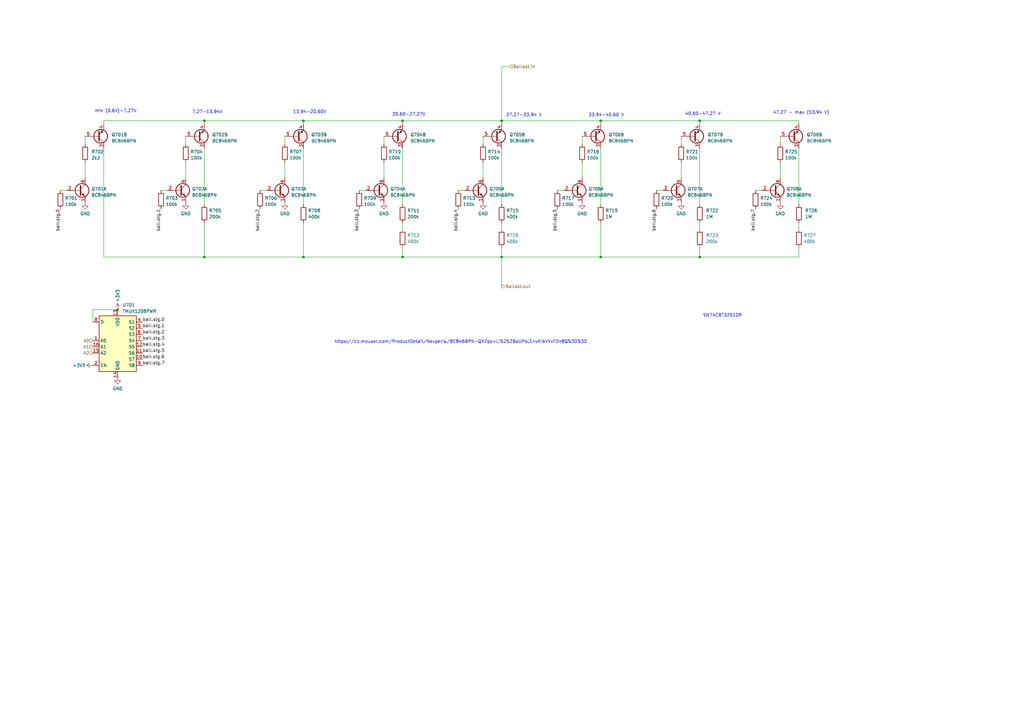
<source format=kicad_sch>
(kicad_sch (version 20231120) (generator "eeschema") (generator_version "8.0")
  (paper "A3")
  (lib_symbols
    (symbol "Device:R" (pin_numbers hide) (pin_names (offset 0))
      (property "Reference" "R" (at 2.032 0 90))
      (property "Value" "R" (at 0 0 90))
      (symbol "R_0_1"
        (rectangle (start -1.016 -2.54) (end 1.016 2.54) (stroke (width 0.254)))
      )
      (symbol "R_1_1"
        (pin passive line (at 0 3.81 270) (length 1.27) (name "~") (number "1"))
        (pin passive line (at 0 -3.81 90) (length 1.27) (name "~") (number "2"))
      )
    )
    (symbol "Lab_supply:TMUX1208PWR"
      (property "Reference" "U" (at 1.905 15.875 0))
      (property "Value" "TMUX1208PWR" (at 1.905 13.335 0))
      (symbol "TMUX1208PWR_0_1"
        (rectangle (start -7.62 11.43) (end 7.62 -11.43) (stroke (width 0.254)) (fill (type background)))
        (rectangle (start 7.62 -13.97) (end 7.62 -13.97))
      )
      (symbol "TMUX1208PWR_1_0"
        (pin no_connect line (at 3.175 -11.43 90) (length 2.54) hide (name "N.C.") (number "3"))
      )
      (symbol "TMUX1208PWR_1_1"
        (pin input line (at -10.16 1.27 0) (length 2.54) (name "A0") (number "1"))
        (pin bidirectional line (at 10.16 -6.35 180) (length 2.54) (name "S7") (number "10"))
        (pin bidirectional line (at 10.16 -3.81 180) (length 2.54) (name "S6") (number "11"))
        (pin bidirectional line (at 10.16 -1.27 180) (length 2.54) (name "S5") (number "12"))
        (pin power_in line (at 0 13.97 270) (length 2.54) (name "VDD") (number "13"))
        (pin power_in line (at 0 -13.97 90) (length 2.54) (name "GND") (number "14"))
        (pin input line (at -10.16 -3.81 0) (length 2.54) (name "A2") (number "15"))
        (pin input line (at -10.16 -1.27 0) (length 2.54) (name "A1") (number "16"))
        (pin input line (at -10.16 -8.89 0) (length 2.54) (name "EN") (number "2"))
        (pin bidirectional line (at 10.16 8.89 180) (length 2.54) (name "S1") (number "4"))
        (pin bidirectional line (at 10.16 6.35 180) (length 2.54) (name "S2") (number "5"))
        (pin bidirectional line (at 10.16 3.81 180) (length 2.54) (name "S3") (number "6"))
        (pin bidirectional line (at 10.16 1.27 180) (length 2.54) (name "S4") (number "7"))
        (pin bidirectional line (at -10.16 8.89 0) (length 2.54) (name "D") (number "8"))
        (pin bidirectional line (at 10.16 -8.89 180) (length 2.54) (name "S8") (number "9"))
      )
    )
    (symbol "Transistor_BJT:BC846BPN" (pin_names (offset 0) hide)
      (property "Reference" "Q" (at 5.08 1.27 0))
      (property "Value" "BC846BPN" (at 5.08 -1.27 0))
      (symbol "BC846BPN_0_1"
        (polyline (pts (xy 0.635 0) (xy -2.54 0)))
        (circle (center 1.27 0) (radius 2.8194) (stroke (width 0.254)))
        (circle (center 1.27 0) (radius 2.8194) (stroke (width 0.254)))
      )
      (symbol "BC846BPN_1_1"
        (polyline (pts (xy 0.635 0.635) (xy 2.54 2.54)))
        (polyline (pts (xy 0.635 -0.635) (xy 2.54 -2.54) (xy 2.54 -2.54)))
        (polyline (pts (xy 0.635 1.905) (xy 0.635 -1.905) (xy 0.635 -1.905)) (stroke (width 0.508)))
        (polyline (pts (xy 1.27 -1.778) (xy 1.778 -1.27) (xy 2.286 -2.286) (xy 1.27 -1.778) (xy 1.27 -1.778)) (fill (type outline)))
        (pin passive line (at 2.54 -5.08 90) (length 2.54) (name "E1") (number "1"))
        (pin input line (at -5.08 0 0) (length 2.54) (name "B1") (number "2"))
        (pin passive line (at 2.54 5.08 270) (length 2.54) (name "C1") (number "6"))
      )
      (symbol "BC846BPN_2_1"
        (polyline (pts (xy 0.635 0.635) (xy 2.54 2.54)))
        (polyline (pts (xy 0.635 -0.635) (xy 2.54 -2.54) (xy 2.54 -2.54)))
        (polyline (pts (xy 0.635 1.905) (xy 0.635 -1.905) (xy 0.635 -1.905)) (stroke (width 0.508)))
        (polyline (pts (xy 2.286 -1.778) (xy 1.778 -2.286) (xy 1.27 -1.27) (xy 2.286 -1.778) (xy 2.286 -1.778)) (fill (type outline)))
        (pin passive line (at 2.54 5.08 270) (length 2.54) (name "C2") (number "3"))
        (pin passive line (at 2.54 -5.08 90) (length 2.54) (name "E2") (number "4"))
        (pin input line (at -5.08 0 0) (length 2.54) (name "B2") (number "5"))
      )
    )
    (symbol "power:+3V3" (power) (pin_names (offset 0))
      (property "Value" "+3V3" (at 0 3.556 0))
      (symbol "+3V3_0_1"
        (polyline (pts (xy -0.762 1.27) (xy 0 2.54)))
        (polyline (pts (xy 0 0) (xy 0 2.54)))
        (polyline (pts (xy 0 2.54) (xy 0.762 1.27)))
      )
      (symbol "+3V3_1_1"
        (pin power_in line (at 0 0 90) (length 0) hide (name "+3V3") (number "1"))
      )
    )
    (symbol "power:GND" (power) (pin_names (offset 0))
      (property "Value" "GND" (at 0 -3.81 0))
      (symbol "GND_0_1"
        (polyline (pts (xy 0 0) (xy 0 -1.27) (xy 1.27 -1.27) (xy 0 -2.54) (xy -1.27 -1.27) (xy 0 -1.27)))
      )
      (symbol "GND_1_1"
        (pin power_in line (at 0 0 270) (length 0) hide (name "GND") (number "1"))
      )
    )
  )
  (junction (at 205.74 105.41))
  (junction (at 165.1 105.41))
  (junction (at 165.1 49.53))
  (junction (at 246.38 105.41))
  (junction (at 124.46 49.53))
  (junction (at 205.74 49.53))
  (junction (at 83.82 49.53))
  (junction (at 287.02 49.53))
  (junction (at 246.38 49.53))
  (junction (at 124.46 105.41))
  (junction (at 287.02 105.41))
  (junction (at 48.26 127))
  (junction (at 83.82 105.41))
  (wire (pts (xy 124.46 105.41) (xy 165.1 105.41)))
  (wire (pts (xy 34.925 59.055) (xy 34.925 55.88)))
  (wire (pts (xy 38.1 132.08) (xy 38.1 127)))
  (wire (pts (xy 246.38 49.53) (xy 287.02 49.53)))
  (wire (pts (xy 279.4 66.675) (xy 279.4 73.025)))
  (wire (pts (xy 205.74 105.41) (xy 246.38 105.41)))
  (wire (pts (xy 327.66 101.6) (xy 327.66 105.41)))
  (wire (pts (xy 279.4 59.055) (xy 279.4 55.88)))
  (wire (pts (xy 205.74 49.53) (xy 205.74 27.305)))
  (wire (pts (xy 327.66 91.44) (xy 327.66 93.98)))
  (wire (pts (xy 83.82 105.41) (xy 124.46 105.41)))
  (wire (pts (xy 157.48 66.675) (xy 157.48 73.025)))
  (wire (pts (xy 34.925 66.675) (xy 34.925 73.025)))
  (wire (pts (xy 76.2 66.675) (xy 76.2 73.025)))
  (wire (pts (xy 246.38 49.53) (xy 246.38 50.8)))
  (wire (pts (xy 106.68 78.105) (xy 109.22 78.105)))
  (wire (pts (xy 157.48 59.055) (xy 157.48 55.88)))
  (wire (pts (xy 198.12 66.675) (xy 198.12 73.025)))
  (wire (pts (xy 165.1 60.96) (xy 165.1 83.82)))
  (wire (pts (xy 246.38 105.41) (xy 287.02 105.41)))
  (wire (pts (xy 165.1 50.8) (xy 165.1 49.53)))
  (wire (pts (xy 205.74 50.8) (xy 205.74 49.53)))
  (wire (pts (xy 83.82 50.8) (xy 83.82 49.53)))
  (wire (pts (xy 165.1 105.41) (xy 205.74 105.41)))
  (wire (pts (xy 238.76 59.055) (xy 238.76 55.88)))
  (wire (pts (xy 165.1 49.53) (xy 205.74 49.53)))
  (wire (pts (xy 147.32 78.105) (xy 149.86 78.105)))
  (wire (pts (xy 165.1 101.6) (xy 165.1 105.41)))
  (wire (pts (xy 309.88 78.105) (xy 312.42 78.105)))
  (wire (pts (xy 42.545 60.96) (xy 42.545 105.41)))
  (wire (pts (xy 42.545 50.8) (xy 42.545 49.53)))
  (wire (pts (xy 165.1 91.44) (xy 165.1 93.98)))
  (wire (pts (xy 269.24 78.105) (xy 271.78 78.105)))
  (wire (pts (xy 38.1 127) (xy 48.26 127)))
  (wire (pts (xy 246.38 91.44) (xy 246.38 105.41)))
  (wire (pts (xy 83.82 60.96) (xy 83.82 83.82)))
  (wire (pts (xy 320.04 59.055) (xy 320.04 55.88)))
  (wire (pts (xy 76.2 59.055) (xy 76.2 55.88)))
  (wire (pts (xy 287.02 60.96) (xy 287.02 83.82)))
  (wire (pts (xy 124.46 49.53) (xy 165.1 49.53)))
  (wire (pts (xy 124.46 60.96) (xy 124.46 83.82)))
  (wire (pts (xy 124.46 50.8) (xy 124.46 49.53)))
  (wire (pts (xy 287.02 49.53) (xy 327.66 49.53)))
  (wire (pts (xy 205.74 101.6) (xy 205.74 105.41)))
  (wire (pts (xy 287.02 91.44) (xy 287.02 93.98)))
  (wire (pts (xy 287.02 101.6) (xy 287.02 105.41)))
  (wire (pts (xy 287.02 105.41) (xy 327.66 105.41)))
  (wire (pts (xy 24.765 78.105) (xy 27.305 78.105)))
  (wire (pts (xy 287.02 50.8) (xy 287.02 49.53)))
  (wire (pts (xy 205.74 49.53) (xy 246.38 49.53)))
  (wire (pts (xy 205.74 27.305) (xy 208.915 27.305)))
  (wire (pts (xy 42.545 49.53) (xy 83.82 49.53)))
  (wire (pts (xy 205.74 60.96) (xy 205.74 83.82)))
  (wire (pts (xy 228.6 78.105) (xy 231.14 78.105)))
  (wire (pts (xy 320.04 66.675) (xy 320.04 73.025)))
  (wire (pts (xy 205.74 105.41) (xy 205.74 117.475)))
  (wire (pts (xy 83.82 91.44) (xy 83.82 105.41)))
  (wire (pts (xy 42.545 105.41) (xy 83.82 105.41)))
  (wire (pts (xy 238.76 66.675) (xy 238.76 73.025)))
  (wire (pts (xy 116.84 66.675) (xy 116.84 73.025)))
  (wire (pts (xy 83.82 49.53) (xy 124.46 49.53)))
  (wire (pts (xy 327.66 60.96) (xy 327.66 83.82)))
  (wire (pts (xy 246.38 60.96) (xy 246.38 83.82)))
  (wire (pts (xy 116.84 59.055) (xy 116.84 55.88)))
  (wire (pts (xy 124.46 91.44) (xy 124.46 105.41)))
  (wire (pts (xy 205.74 91.44) (xy 205.74 93.98)))
  (wire (pts (xy 327.66 50.8) (xy 327.66 49.53)))
  (wire (pts (xy 198.12 59.055) (xy 198.12 55.88)))
  (wire (pts (xy 66.04 78.105) (xy 68.58 78.105)))
  (wire (pts (xy 187.96 78.105) (xy 190.5 78.105)))
  (text "min (0.6V)-7.27V" (at 38.735 46.355 0) (effects (font (size 1.27 1.27)) (justify left bottom)))
  (text "47.27 - max (53.94 V)" (at 316.992 46.99 0) (effects (font (size 1.27 1.27)) (justify left bottom)))
  (text "13.94-20.60V" (at 120.142 46.736 0) (effects (font (size 1.27 1.27)) (justify left bottom)))
  (text "https://cz.mouser.com/ProductDetail/Nexperia/BC846BPN-QX?qs=Li%252BoUPsLEnvKIbVXvFDn8Q%3D%3D" (at 137.16 140.97 0) (effects (font (size 1.27 1.27)) (justify left bottom)))
  (text "20.60-27.27V" (at 160.782 47.752 0) (effects (font (size 1.27 1.27)) (justify left bottom)))
  (text "7.27-13.94V" (at 78.74 46.736 0) (effects (font (size 1.27 1.27)) (justify left bottom)))
  (text "SN74CBT3251DR" (at 288.29 130.175 0) (effects (font (size 1.27 1.27)) (justify left bottom)))
  (text "33.94-40.60 V" (at 241.3 48.006 0) (effects (font (size 1.27 1.27)) (justify left bottom)))
  (text "27.27-33.94 V" (at 207.518 48.006 0) (effects (font (size 1.27 1.27)) (justify left bottom)))
  (text "40.60-47.27 V" (at 280.924 47.498 0) (effects (font (size 1.27 1.27)) (justify left bottom)))
  (label "ball.stg.5" (at 58.42 144.78 0))
  (label "ball.stg.3" (at 58.42 139.7 0))
  (label "ball.stg.2" (at 58.42 137.16 0))
  (label "ball.stg.1" (at 58.42 134.62 0))
  (label "ball.stg.7" (at 58.42 149.86 0))
  (label "ball.stg.5" (at 228.6 85.725 270))
  (label "ball.stg.0" (at 24.765 85.725 270))
  (label "ball.stg.1" (at 66.04 85.725 270))
  (label "ball.stg.0" (at 58.42 132.08 0))
  (label "ball.stg.7" (at 309.88 85.725 270))
  (label "ball.stg.3" (at 147.32 85.725 270))
  (label "ball.stg.6" (at 269.24 85.725 270))
  (label "ball.stg.4" (at 187.96 85.725 270))
  (label "ball.stg.2" (at 106.68 85.725 270))
  (label "ball.stg.4" (at 58.42 142.24 0))
  (label "ball.stg.6" (at 58.42 147.32 0))
  (hierarchical_label "A0" (shape input) (at 38.1 139.7 180))
  (hierarchical_label "A1" (shape input) (at 38.1 142.24 180))
  (hierarchical_label "A2" (shape input) (at 38.1 144.78 180))
  (hierarchical_label "Ballast.in" (shape input) (at 208.915 27.305 0))
  (hierarchical_label "Ballast.out" (shape output) (at 205.74 117.475 0))
  (symbol (lib_id "Device:R") (at 198.12 62.865 0) (unit 1)
    (property "Reference" "R714" (at 200.025 62.23 0) (effects (justify left)))
    (property "Value" "100k" (at 200.025 64.77 0) (effects (justify left)))
    (instances (project "Low-level-driver" (path "" (reference "R714") (unit 1)) (path "" (reference "R239") (unit 1))))
  )
  (symbol (lib_id "power:GND") (at 48.26 154.94 0) (unit 1)
    (property "Reference" "#PWR0704" (effects (hide yes)))
    (property "Value" "GND" (at 48.26 159.385 0))
    (instances (project "Low-level-driver" (path "" (reference "#PWR0704") (unit 1)) (path "" (reference "#PWR0215") (unit 1))))
  )
  (symbol (lib_id "Device:R") (at 309.88 81.915 0) (unit 1)
    (property "Reference" "R724" (at 311.785 81.28 0) (effects (justify left)))
    (property "Value" "100k" (at 311.785 83.82 0) (effects (justify left)))
    (instances (project "Low-level-driver" (path "" (reference "R724") (unit 1)) (path "" (reference "R248") (unit 1))))
  )
  (symbol (lib_id "Transistor_BJT:BC846BPN") (at 162.56 55.88 0) (mirror x) (unit 2)
    (property "Reference" "Q704" (at 168.275 55.245 0) (effects (justify left)))
    (property "Value" "BC846BPN" (at 168.275 57.785 0) (effects (justify left)))
    (property "Footprint" "Package_TO_SOT_SMD:SOT-363_SC-70-6" (effects (hide yes)))
    (property "Datasheet" "https://assets.nexperia.com/documents/data-sheet/BC846BPN.pdf" (effects (hide yes)))
    (instances (project "Low-level-driver" (path "" (reference "Q704") (unit 2)) (path "" (reference "Q212") (unit 2))))
  )
  (symbol (lib_id "power:GND") (at 279.4 83.185 0) (unit 1)
    (property "Reference" "#PWR0710" (effects (hide yes)))
    (property "Value" "GND" (at 279.4 87.63 0))
    (instances (project "Low-level-driver" (path "" (reference "#PWR0710") (unit 1)) (path "" (reference "#PWR0221") (unit 1))))
  )
  (symbol (lib_id "Transistor_BJT:BC846BPN") (at 40.005 55.88 0) (mirror x) (unit 2)
    (property "Reference" "Q701" (at 45.72 55.245 0) (effects (justify left)))
    (property "Value" "BC846BPN" (at 45.72 57.785 0) (effects (justify left)))
    (property "Footprint" "Package_TO_SOT_SMD:SOT-363_SC-70-6" (effects (hide yes)))
    (property "Datasheet" "https://assets.nexperia.com/documents/data-sheet/BC846BPN.pdf" (effects (hide yes)))
    (instances (project "Low-level-driver" (path "" (reference "Q701") (unit 2)) (path "" (reference "Q209") (unit 2))))
  )
  (symbol (lib_id "Device:R") (at 205.74 87.63 0) (unit 1)
    (property "Reference" "R715" (at 207.645 86.3599 0) (effects (justify left)))
    (property "Value" "400k" (at 207.645 88.8999 0) (effects (justify left)))
    (instances (project "Low-level-driver" (path "" (reference "R715") (unit 1)) (path "" (reference "R240") (unit 1))))
  )
  (symbol (lib_id "power:GND") (at 76.2 83.185 0) (unit 1)
    (property "Reference" "#PWR0705" (effects (hide yes)))
    (property "Value" "GND" (at 76.2 87.63 0))
    (instances (project "Low-level-driver" (path "" (reference "#PWR0705") (unit 1)) (path "" (reference "#PWR0216") (unit 1))))
  )
  (symbol (lib_id "power:GND") (at 34.925 83.185 0) (unit 1)
    (property "Reference" "#PWR0701" (effects (hide yes)))
    (property "Value" "GND" (at 34.925 87.63 0))
    (instances (project "Low-level-driver" (path "" (reference "#PWR0701") (unit 1)) (path "" (reference "#PWR0212") (unit 1))))
  )
  (symbol (lib_id "Transistor_BJT:BC846BPN") (at 284.48 55.88 0) (mirror x) (unit 2)
    (property "Reference" "Q707" (at 290.195 55.245 0) (effects (justify left)))
    (property "Value" "BC846BPN" (at 290.195 57.785 0) (effects (justify left)))
    (property "Footprint" "Package_TO_SOT_SMD:SOT-363_SC-70-6" (effects (hide yes)))
    (property "Datasheet" "https://assets.nexperia.com/documents/data-sheet/BC846BPN.pdf" (effects (hide yes)))
    (instances (project "Low-level-driver" (path "" (reference "Q707") (unit 2)) (path "" (reference "Q215") (unit 2))))
  )
  (symbol (lib_id "Lab_supply:TMUX1208PWR") (at 48.26 140.97 0) (unit 1)
    (property "Reference" "U701" (at 50.165 125.095 0) (effects (justify left)))
    (property "Value" "TMUX1208PWR" (at 50.165 127.635 0) (effects (justify left)))
    (property "Footprint" "Package_SO:TSSOP-16_4.4x5mm_P0.65mm" (effects (hide yes)))
    (property "Datasheet" "https://www.ti.com/lit/ds/symlink/tmux1208.pdf?ts=1706598856533&ref_url=https%253A%252F%252Fwww.mouser.at%252F" (effects (hide yes)))
    (instances (project "Low-level-driver" (path "" (reference "U701") (unit 1)) (path "" (reference "U202") (unit 1))))
  )
  (symbol (lib_id "Transistor_BJT:BC846BPN") (at 81.28 55.88 0) (mirror x) (unit 2)
    (property "Reference" "Q702" (at 86.995 55.245 0) (effects (justify left)))
    (property "Value" "BC846BPN" (at 86.995 57.785 0) (effects (justify left)))
    (property "Footprint" "Package_TO_SOT_SMD:SOT-363_SC-70-6" (effects (hide yes)))
    (property "Datasheet" "https://assets.nexperia.com/documents/data-sheet/BC846BPN.pdf" (effects (hide yes)))
    (instances (project "Low-level-driver" (path "" (reference "Q702") (unit 2)) (path "" (reference "Q210") (unit 2))))
  )
  (symbol (lib_id "Device:R") (at 124.46 87.63 0) (unit 1)
    (property "Reference" "R708" (at 126.365 86.3599 0) (effects (justify left)))
    (property "Value" "400k" (at 126.365 88.8999 0) (effects (justify left)))
    (instances (project "Low-level-driver" (path "" (reference "R708") (unit 1)) (path "" (reference "R233") (unit 1))))
  )
  (symbol (lib_id "Transistor_BJT:BC846BPN") (at 32.385 78.105 0) (unit 1)
    (property "Reference" "Q701" (at 37.465 77.47 0) (effects (justify left)))
    (property "Value" "BC846BPN" (at 37.465 80.01 0) (effects (justify left)))
    (property "Footprint" "Package_TO_SOT_SMD:SOT-363_SC-70-6" (effects (hide yes)))
    (property "Datasheet" "https://assets.nexperia.com/documents/data-sheet/BC846BPN.pdf" (effects (hide yes)))
    (instances (project "Low-level-driver" (path "" (reference "Q701") (unit 1)) (path "" (reference "Q209") (unit 1))))
  )
  (symbol (lib_id "power:GND") (at 198.12 83.185 0) (unit 1)
    (property "Reference" "#PWR0708" (effects (hide yes)))
    (property "Value" "GND" (at 198.12 87.63 0))
    (instances (project "Low-level-driver" (path "" (reference "#PWR0708") (unit 1)) (path "" (reference "#PWR0219") (unit 1))))
  )
  (symbol (lib_id "Device:R") (at 205.74 97.79 0) (unit 1)
    (property "Reference" "R716" (at 207.645 96.5199 0) (effects (justify left)))
    (property "Value" "400k" (at 207.645 99.0599 0) (effects (justify left)))
    (instances (project "Low-level-driver" (path "" (reference "R716") (unit 1)) (path "" (reference "R241") (unit 1))))
  )
  (symbol (lib_id "Device:R") (at 187.96 81.915 0) (unit 1)
    (property "Reference" "R713" (at 189.865 81.28 0) (effects (justify left)))
    (property "Value" "100k" (at 189.865 83.82 0) (effects (justify left)))
    (instances (project "Low-level-driver" (path "" (reference "R713") (unit 1)) (path "" (reference "R238") (unit 1))))
  )
  (symbol (lib_id "Device:R") (at 228.6 81.915 0) (unit 1)
    (property "Reference" "R717" (at 230.505 81.28 0) (effects (justify left)))
    (property "Value" "100k" (at 230.505 83.82 0) (effects (justify left)))
    (instances (project "Low-level-driver" (path "" (reference "R717") (unit 1)) (path "" (reference "R242") (unit 1))))
  )
  (symbol (lib_id "Transistor_BJT:BC846BPN") (at 154.94 78.105 0) (unit 1)
    (property "Reference" "Q704" (at 160.02 77.47 0) (effects (justify left)))
    (property "Value" "BC846BPN" (at 160.02 80.01 0) (effects (justify left)))
    (property "Footprint" "Package_TO_SOT_SMD:SOT-363_SC-70-6" (effects (hide yes)))
    (property "Datasheet" "https://assets.nexperia.com/documents/data-sheet/BC846BPN.pdf" (effects (hide yes)))
    (instances (project "Low-level-driver" (path "" (reference "Q704") (unit 1)) (path "" (reference "Q212") (unit 1))))
  )
  (symbol (lib_id "Device:R") (at 165.1 87.63 0) (unit 1)
    (property "Reference" "R711" (at 167.005 86.3599 0) (effects (justify left)))
    (property "Value" "200k" (at 167.005 88.8999 0) (effects (justify left)))
    (instances (project "Low-level-driver" (path "" (reference "R711") (unit 1)) (path "" (reference "R236") (unit 1))))
  )
  (symbol (lib_id "Transistor_BJT:BC846BPN") (at 203.2 55.88 0) (mirror x) (unit 2)
    (property "Reference" "Q705" (at 208.915 55.245 0) (effects (justify left)))
    (property "Value" "BC846BPN" (at 208.915 57.785 0) (effects (justify left)))
    (property "Footprint" "Package_TO_SOT_SMD:SOT-363_SC-70-6" (effects (hide yes)))
    (property "Datasheet" "https://assets.nexperia.com/documents/data-sheet/BC846BPN.pdf" (effects (hide yes)))
    (instances (project "Low-level-driver" (path "" (reference "Q705") (unit 2)) (path "" (reference "Q213") (unit 2))))
  )
  (symbol (lib_id "Transistor_BJT:BC846BPN") (at 73.66 78.105 0) (unit 1)
    (property "Reference" "Q702" (at 78.74 77.47 0) (effects (justify left)))
    (property "Value" "BC846BPN" (at 78.74 80.01 0) (effects (justify left)))
    (property "Footprint" "Package_TO_SOT_SMD:SOT-363_SC-70-6" (effects (hide yes)))
    (property "Datasheet" "https://assets.nexperia.com/documents/data-sheet/BC846BPN.pdf" (effects (hide yes)))
    (instances (project "Low-level-driver" (path "" (reference "Q702") (unit 1)) (path "" (reference "Q210") (unit 1))))
  )
  (symbol (lib_id "power:+3V3") (at 38.1 149.86 90) (unit 1)
    (property "Reference" "#PWR0702" (effects (hide yes)))
    (property "Value" "+3V3" (at 32.385 149.86 90))
    (instances (project "Low-level-driver" (path "" (reference "#PWR0702") (unit 1)) (path "" (reference "#PWR0213") (unit 1))))
  )
  (symbol (lib_id "Device:R") (at 76.2 62.865 0) (unit 1)
    (property "Reference" "R704" (at 78.105 62.23 0) (effects (justify left)))
    (property "Value" "100k" (at 78.105 64.77 0) (effects (justify left)))
    (instances (project "Low-level-driver" (path "" (reference "R704") (unit 1)) (path "" (reference "R229") (unit 1))))
  )
  (symbol (lib_id "Device:R") (at 246.38 87.63 0) (unit 1)
    (property "Reference" "R719" (at 248.285 86.3599 0) (effects (justify left)))
    (property "Value" "1M" (at 248.285 88.8999 0) (effects (justify left)))
    (instances (project "Low-level-driver" (path "" (reference "R719") (unit 1)) (path "" (reference "R244") (unit 1))))
  )
  (symbol (lib_id "power:GND") (at 238.76 83.185 0) (unit 1)
    (property "Reference" "#PWR0709" (effects (hide yes)))
    (property "Value" "GND" (at 238.76 87.63 0))
    (instances (project "Low-level-driver" (path "" (reference "#PWR0709") (unit 1)) (path "" (reference "#PWR0220") (unit 1))))
  )
  (symbol (lib_id "Device:R") (at 24.765 81.915 0) (unit 1)
    (property "Reference" "R701" (at 26.67 81.28 0) (effects (justify left)))
    (property "Value" "100k" (at 26.67 83.82 0) (effects (justify left)))
    (instances (project "Low-level-driver" (path "" (reference "R701") (unit 1)) (path "" (reference "R226") (unit 1))))
  )
  (symbol (lib_id "Device:R") (at 83.82 87.63 0) (unit 1)
    (property "Reference" "R705" (at 85.725 86.3599 0) (effects (justify left)))
    (property "Value" "200k" (at 85.725 88.8999 0) (effects (justify left)))
    (instances (project "Low-level-driver" (path "" (reference "R705") (unit 1)) (path "" (reference "R230") (unit 1))))
  )
  (symbol (lib_id "Transistor_BJT:BC846BPN") (at 317.5 78.105 0) (unit 1)
    (property "Reference" "Q708" (at 322.58 77.47 0) (effects (justify left)))
    (property "Value" "BC846BPN" (at 322.58 80.01 0) (effects (justify left)))
    (property "Footprint" "Package_TO_SOT_SMD:SOT-363_SC-70-6" (effects (hide yes)))
    (property "Datasheet" "https://assets.nexperia.com/documents/data-sheet/BC846BPN.pdf" (effects (hide yes)))
    (instances (project "Low-level-driver" (path "" (reference "Q708") (unit 1)) (path "" (reference "Q216") (unit 1))))
  )
  (symbol (lib_id "Transistor_BJT:BC846BPN") (at 325.12 55.88 0) (mirror x) (unit 2)
    (property "Reference" "Q708" (at 330.835 55.245 0) (effects (justify left)))
    (property "Value" "BC846BPN" (at 330.835 57.785 0) (effects (justify left)))
    (property "Footprint" "Package_TO_SOT_SMD:SOT-363_SC-70-6" (effects (hide yes)))
    (property "Datasheet" "https://assets.nexperia.com/documents/data-sheet/BC846BPN.pdf" (effects (hide yes)))
    (instances (project "Low-level-driver" (path "" (reference "Q708") (unit 2)) (path "" (reference "Q216") (unit 2))))
  )
  (symbol (lib_id "Device:R") (at 279.4 62.865 0) (unit 1)
    (property "Reference" "R721" (at 281.305 62.23 0) (effects (justify left)))
    (property "Value" "100k" (at 281.305 64.77 0) (effects (justify left)))
    (instances (project "Low-level-driver" (path "" (reference "R721") (unit 1)) (path "" (reference "R246") (unit 1))))
  )
  (symbol (lib_id "Device:R") (at 34.925 62.865 0) (unit 1)
    (property "Reference" "R702" (at 37.465 62.23 0) (effects (justify left)))
    (property "Value" "2k2" (at 37.465 64.77 0) (effects (justify left)))
    (instances (project "Low-level-driver" (path "" (reference "R702") (unit 1)) (path "" (reference "R227") (unit 1))))
  )
  (symbol (lib_id "Device:R") (at 238.76 62.865 0) (unit 1)
    (property "Reference" "R718" (at 240.665 62.23 0) (effects (justify left)))
    (property "Value" "100k" (at 240.665 64.77 0) (effects (justify left)))
    (instances (project "Low-level-driver" (path "" (reference "R718") (unit 1)) (path "" (reference "R243") (unit 1))))
  )
  (symbol (lib_id "Device:R") (at 106.68 81.915 0) (unit 1)
    (property "Reference" "R706" (at 108.585 81.28 0) (effects (justify left)))
    (property "Value" "100k" (at 108.585 83.82 0) (effects (justify left)))
    (instances (project "Low-level-driver" (path "" (reference "R706") (unit 1)) (path "" (reference "R231") (unit 1))))
  )
  (symbol (lib_id "Device:R") (at 287.02 97.79 0) (unit 1)
    (property "Reference" "R723" (at 289.56 96.5199 0) (effects (justify left)))
    (property "Value" "200k" (at 289.56 99.0599 0) (effects (justify left)))
    (instances (project "Low-level-driver" (path "" (reference "R723") (unit 1)) (path "" (reference "R250") (unit 1))))
  )
  (symbol (lib_id "power:GND") (at 157.48 83.185 0) (unit 1)
    (property "Reference" "#PWR0707" (effects (hide yes)))
    (property "Value" "GND" (at 157.48 87.63 0))
    (instances (project "Low-level-driver" (path "" (reference "#PWR0707") (unit 1)) (path "" (reference "#PWR0218") (unit 1))))
  )
  (symbol (lib_id "Device:R") (at 320.04 62.865 0) (unit 1)
    (property "Reference" "R725" (at 321.945 62.23 0) (effects (justify left)))
    (property "Value" "100k" (at 321.945 64.77 0) (effects (justify left)))
    (instances (project "Low-level-driver" (path "" (reference "R725") (unit 1)) (path "" (reference "R249") (unit 1))))
  )
  (symbol (lib_id "Transistor_BJT:BC846BPN") (at 236.22 78.105 0) (unit 1)
    (property "Reference" "Q706" (at 241.3 77.47 0) (effects (justify left)))
    (property "Value" "BC846BPN" (at 241.3 80.01 0) (effects (justify left)))
    (property "Footprint" "Package_TO_SOT_SMD:SOT-363_SC-70-6" (effects (hide yes)))
    (property "Datasheet" "https://assets.nexperia.com/documents/data-sheet/BC846BPN.pdf" (effects (hide yes)))
    (instances (project "Low-level-driver" (path "" (reference "Q706") (unit 1)) (path "" (reference "Q214") (unit 1))))
  )
  (symbol (lib_id "Device:R") (at 269.24 81.915 0) (unit 1)
    (property "Reference" "R720" (at 271.145 81.28 0) (effects (justify left)))
    (property "Value" "100k" (at 271.145 83.82 0) (effects (justify left)))
    (instances (project "Low-level-driver" (path "" (reference "R720") (unit 1)) (path "" (reference "R245") (unit 1))))
  )
  (symbol (lib_id "Device:R") (at 165.1 97.79 0) (unit 1)
    (property "Reference" "R712" (at 167.005 96.5199 0) (effects (justify left)))
    (property "Value" "400k" (at 167.005 99.0599 0) (effects (justify left)))
    (instances (project "Low-level-driver" (path "" (reference "R712") (unit 1)) (path "" (reference "R237") (unit 1))))
  )
  (symbol (lib_id "power:GND") (at 320.04 83.185 0) (unit 1)
    (property "Reference" "#PWR0711" (effects (hide yes)))
    (property "Value" "GND" (at 320.04 87.63 0))
    (instances (project "Low-level-driver" (path "" (reference "#PWR0711") (unit 1)) (path "" (reference "#PWR0222") (unit 1))))
  )
  (symbol (lib_id "power:+3V3") (at 48.26 127 0) (unit 1)
    (property "Reference" "#PWR0703" (effects (hide yes)))
    (property "Value" "+3V3" (at 48.26 121.285 90))
    (instances (project "Low-level-driver" (path "" (reference "#PWR0703") (unit 1)) (path "" (reference "#PWR0214") (unit 1))))
  )
  (symbol (lib_id "Transistor_BJT:BC846BPN") (at 121.92 55.88 0) (mirror x) (unit 2)
    (property "Reference" "Q703" (at 127.635 55.245 0) (effects (justify left)))
    (property "Value" "BC846BPN" (at 127.635 57.785 0) (effects (justify left)))
    (property "Footprint" "Package_TO_SOT_SMD:SOT-363_SC-70-6" (effects (hide yes)))
    (property "Datasheet" "https://assets.nexperia.com/documents/data-sheet/BC846BPN.pdf" (effects (hide yes)))
    (instances (project "Low-level-driver" (path "" (reference "Q703") (unit 2)) (path "" (reference "Q211") (unit 2))))
  )
  (symbol (lib_id "Device:R") (at 327.66 87.63 0) (unit 1)
    (property "Reference" "R726" (at 330.2 86.3599 0) (effects (justify left)))
    (property "Value" "1M" (at 330.2 88.8999 0) (effects (justify left)))
    (instances (project "Low-level-driver" (path "" (reference "R726") (unit 1)) (path "" (reference "R251") (unit 1))))
  )
  (symbol (lib_id "Device:R") (at 287.02 87.63 0) (unit 1)
    (property "Reference" "R722" (at 289.56 86.3599 0) (effects (justify left)))
    (property "Value" "1M" (at 289.56 88.8999 0) (effects (justify left)))
    (instances (project "Low-level-driver" (path "" (reference "R722") (unit 1)) (path "" (reference "R247") (unit 1))))
  )
  (symbol (lib_id "Device:R") (at 147.32 81.915 0) (unit 1)
    (property "Reference" "R709" (at 149.225 81.28 0) (effects (justify left)))
    (property "Value" "100k" (at 149.225 83.82 0) (effects (justify left)))
    (instances (project "Low-level-driver" (path "" (reference "R709") (unit 1)) (path "" (reference "R234") (unit 1))))
  )
  (symbol (lib_id "Device:R") (at 327.66 97.79 0) (unit 1)
    (property "Reference" "R727" (at 329.565 96.5199 0) (effects (justify left)))
    (property "Value" "400k" (at 329.565 99.0599 0) (effects (justify left)))
    (instances (project "Low-level-driver" (path "" (reference "R727") (unit 1)) (path "" (reference "R252") (unit 1))))
  )
  (symbol (lib_id "Transistor_BJT:BC846BPN") (at 114.3 78.105 0) (unit 1)
    (property "Reference" "Q703" (at 119.38 77.47 0) (effects (justify left)))
    (property "Value" "BC846BPN" (at 119.38 80.01 0) (effects (justify left)))
    (property "Footprint" "Package_TO_SOT_SMD:SOT-363_SC-70-6" (effects (hide yes)))
    (property "Datasheet" "https://assets.nexperia.com/documents/data-sheet/BC846BPN.pdf" (effects (hide yes)))
    (instances (project "Low-level-driver" (path "" (reference "Q703") (unit 1)) (path "" (reference "Q211") (unit 1))))
  )
  (symbol (lib_id "Device:R") (at 66.04 81.915 0) (unit 1)
    (property "Reference" "R703" (at 67.945 81.28 0) (effects (justify left)))
    (property "Value" "100k" (at 67.945 83.82 0) (effects (justify left)))
    (instances (project "Low-level-driver" (path "" (reference "R703") (unit 1)) (path "" (reference "R228") (unit 1))))
  )
  (symbol (lib_id "Device:R") (at 116.84 62.865 0) (unit 1)
    (property "Reference" "R707" (at 118.745 62.23 0) (effects (justify left)))
    (property "Value" "100k" (at 118.745 64.77 0) (effects (justify left)))
    (instances (project "Low-level-driver" (path "" (reference "R707") (unit 1)) (path "" (reference "R232") (unit 1))))
  )
  (symbol (lib_id "power:GND") (at 116.84 83.185 0) (unit 1)
    (property "Reference" "#PWR0706" (effects (hide yes)))
    (property "Value" "GND" (at 116.84 87.63 0))
    (instances (project "Low-level-driver" (path "" (reference "#PWR0706") (unit 1)) (path "" (reference "#PWR0217") (unit 1))))
  )
  (symbol (lib_id "Transistor_BJT:BC846BPN") (at 276.86 78.105 0) (unit 1)
    (property "Reference" "Q707" (at 281.94 77.47 0) (effects (justify left)))
    (property "Value" "BC846BPN" (at 281.94 80.01 0) (effects (justify left)))
    (property "Footprint" "Package_TO_SOT_SMD:SOT-363_SC-70-6" (effects (hide yes)))
    (property "Datasheet" "https://assets.nexperia.com/documents/data-sheet/BC846BPN.pdf" (effects (hide yes)))
    (instances (project "Low-level-driver" (path "" (reference "Q707") (unit 1)) (path "" (reference "Q215") (unit 1))))
  )
  (symbol (lib_id "Transistor_BJT:BC846BPN") (at 195.58 78.105 0) (unit 1)
    (property "Reference" "Q705" (at 200.66 77.47 0) (effects (justify left)))
    (property "Value" "BC846BPN" (at 200.66 80.01 0) (effects (justify left)))
    (property "Footprint" "Package_TO_SOT_SMD:SOT-363_SC-70-6" (effects (hide yes)))
    (property "Datasheet" "https://assets.nexperia.com/documents/data-sheet/BC846BPN.pdf" (effects (hide yes)))
    (instances (project "Low-level-driver" (path "" (reference "Q705") (unit 1)) (path "" (reference "Q213") (unit 1))))
  )
  (symbol (lib_id "Transistor_BJT:BC846BPN") (at 243.84 55.88 0) (mirror x) (unit 2)
    (property "Reference" "Q706" (at 249.555 55.245 0) (effects (justify left)))
    (property "Value" "BC846BPN" (at 249.555 57.785 0) (effects (justify left)))
    (property "Footprint" "Package_TO_SOT_SMD:SOT-363_SC-70-6" (effects (hide yes)))
    (property "Datasheet" "https://assets.nexperia.com/documents/data-sheet/BC846BPN.pdf" (effects (hide yes)))
    (instances (project "Low-level-driver" (path "" (reference "Q706") (unit 2)) (path "" (reference "Q214") (unit 2))))
  )
  (symbol (lib_id "Device:R") (at 157.48 62.865 0) (unit 1)
    (property "Reference" "R710" (at 159.385 62.23 0) (effects (justify left)))
    (property "Value" "100k" (at 159.385 64.77 0) (effects (justify left)))
    (instances (project "Low-level-driver" (path "" (reference "R710") (unit 1)) (path "" (reference "R235") (unit 1))))
  )
)
</source>
